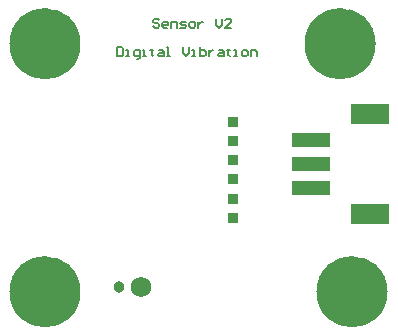
<source format=gts>
%FSLAX25Y25*%
%MOIN*%
G70*
G01*
G75*
G04 Layer_Color=8388736*
%ADD10R,0.11811X0.05906*%
%ADD11R,0.11811X0.03937*%
%ADD12R,0.03000X0.02500*%
%ADD13C,0.01000*%
%ADD14C,0.06000*%
%ADD15C,0.03000*%
%ADD16C,0.03937*%
%ADD17C,0.23622*%
%ADD18C,0.00300*%
%ADD19C,0.00500*%
%ADD20C,0.00394*%
%ADD21C,0.05906*%
%ADD22R,0.12611X0.06706*%
%ADD23R,0.12611X0.04737*%
%ADD24R,0.03800X0.03300*%
%ADD25C,0.06800*%
%ADD26C,0.03800*%
D16*
X9484Y20043D02*
D03*
X22012D02*
D03*
X15748Y22638D02*
D03*
X6890Y13780D02*
D03*
X9484Y7516D02*
D03*
X15748Y4921D02*
D03*
X22012Y7516D02*
D03*
X24606Y13780D02*
D03*
X111846Y20043D02*
D03*
X124374D02*
D03*
X118110Y22638D02*
D03*
X109252Y13780D02*
D03*
X111846Y7516D02*
D03*
X118110Y4921D02*
D03*
X124374Y7516D02*
D03*
X126969Y13780D02*
D03*
X9484Y102720D02*
D03*
X22012D02*
D03*
X15748Y105315D02*
D03*
X6890Y96457D02*
D03*
X9484Y90193D02*
D03*
X15748Y87598D02*
D03*
X22012Y90193D02*
D03*
X24606Y96457D02*
D03*
X107910Y102720D02*
D03*
X120437D02*
D03*
X114173Y105315D02*
D03*
X105315Y96457D02*
D03*
X107910Y90193D02*
D03*
X114173Y87598D02*
D03*
X120437Y90193D02*
D03*
X123031Y96457D02*
D03*
D17*
X15748Y13780D02*
D03*
X118110D02*
D03*
X15748Y96457D02*
D03*
X114173D02*
D03*
D19*
X53940Y104255D02*
X53440Y104755D01*
X52441D01*
X51941Y104255D01*
Y103755D01*
X52441Y103255D01*
X53440D01*
X53940Y102756D01*
Y102256D01*
X53440Y101756D01*
X52441D01*
X51941Y102256D01*
X56440Y101756D02*
X55440D01*
X54940Y102256D01*
Y103255D01*
X55440Y103755D01*
X56440D01*
X56939Y103255D01*
Y102756D01*
X54940D01*
X57939Y101756D02*
Y103755D01*
X59439D01*
X59938Y103255D01*
Y101756D01*
X60938D02*
X62438D01*
X62937Y102256D01*
X62438Y102756D01*
X61438D01*
X60938Y103255D01*
X61438Y103755D01*
X62937D01*
X64437Y101756D02*
X65437D01*
X65936Y102256D01*
Y103255D01*
X65437Y103755D01*
X64437D01*
X63937Y103255D01*
Y102256D01*
X64437Y101756D01*
X66936Y103755D02*
Y101756D01*
Y102756D01*
X67436Y103255D01*
X67936Y103755D01*
X68436D01*
X72934Y104755D02*
Y102756D01*
X73934Y101756D01*
X74933Y102756D01*
Y104755D01*
X77933Y101756D02*
X75933D01*
X77933Y103755D01*
Y104255D01*
X77433Y104755D01*
X76433D01*
X75933Y104255D01*
X39941Y95255D02*
Y92256D01*
X41440D01*
X41940Y92756D01*
Y94755D01*
X41440Y95255D01*
X39941D01*
X42940Y92256D02*
X43940D01*
X43440D01*
Y94255D01*
X42940D01*
X46439Y91256D02*
X46939D01*
X47438Y91756D01*
Y94255D01*
X45939D01*
X45439Y93755D01*
Y92756D01*
X45939Y92256D01*
X47438D01*
X48438D02*
X49438D01*
X48938D01*
Y94255D01*
X48438D01*
X51437Y94755D02*
Y94255D01*
X50937D01*
X51937D01*
X51437D01*
Y92756D01*
X51937Y92256D01*
X53936Y94255D02*
X54936D01*
X55436Y93755D01*
Y92256D01*
X53936D01*
X53437Y92756D01*
X53936Y93256D01*
X55436D01*
X56436Y92256D02*
X57435D01*
X56936D01*
Y95255D01*
X56436D01*
X61934D02*
Y93256D01*
X62933Y92256D01*
X63933Y93256D01*
Y95255D01*
X64933Y92256D02*
X65933D01*
X65433D01*
Y94255D01*
X64933D01*
X67432Y95255D02*
Y92256D01*
X68932D01*
X69431Y92756D01*
Y93256D01*
Y93755D01*
X68932Y94255D01*
X67432D01*
X70431D02*
Y92256D01*
Y93256D01*
X70931Y93755D01*
X71431Y94255D01*
X71931D01*
X73930D02*
X74930D01*
X75429Y93755D01*
Y92256D01*
X73930D01*
X73430Y92756D01*
X73930Y93256D01*
X75429D01*
X76929Y94755D02*
Y94255D01*
X76429D01*
X77429D01*
X76929D01*
Y92756D01*
X77429Y92256D01*
X78928D02*
X79928D01*
X79428D01*
Y94255D01*
X78928D01*
X81927Y92256D02*
X82927D01*
X83427Y92756D01*
Y93755D01*
X82927Y94255D01*
X81927D01*
X81428Y93755D01*
Y92756D01*
X81927Y92256D01*
X84426D02*
Y94255D01*
X85926D01*
X86426Y93755D01*
Y92256D01*
D21*
X24606Y13780D02*
G03*
X24606Y13780I-8858J0D01*
G01*
X126969D02*
G03*
X126969Y13780I-8858J0D01*
G01*
X24606Y96457D02*
G03*
X24606Y96457I-8858J0D01*
G01*
X123031D02*
G03*
X123031Y96457I-8858J0D01*
G01*
D22*
X124016Y39764D02*
D03*
Y72835D02*
D03*
D23*
X104331Y64173D02*
D03*
Y48425D02*
D03*
Y56299D02*
D03*
Y64173D02*
D03*
D24*
X78295Y38189D02*
D03*
Y44488D02*
D03*
X78347Y51181D02*
D03*
Y57480D02*
D03*
X78284Y64063D02*
D03*
Y70362D02*
D03*
D25*
X47783Y15425D02*
D03*
D26*
X40284D02*
D03*
M02*

</source>
